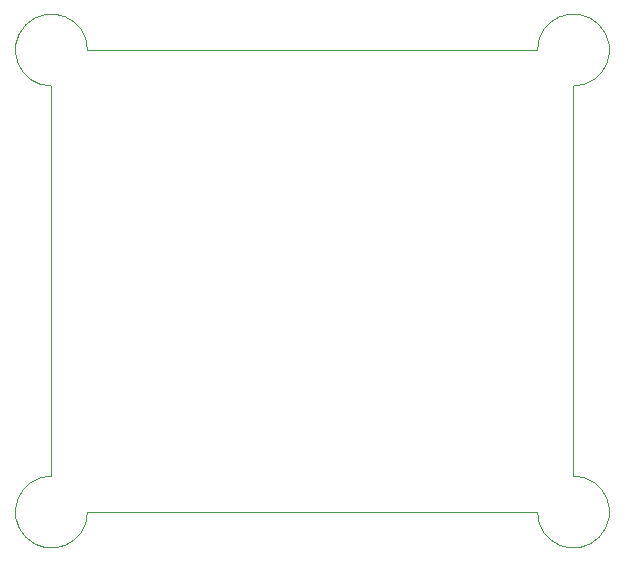
<source format=gbr>
%TF.GenerationSoftware,KiCad,Pcbnew,7.0.10*%
%TF.CreationDate,2024-02-27T03:30:34+03:00*%
%TF.ProjectId,Arduino_Datalogger,41726475-696e-46f5-9f44-6174616c6f67,1.0*%
%TF.SameCoordinates,Original*%
%TF.FileFunction,Profile,NP*%
%FSLAX46Y46*%
G04 Gerber Fmt 4.6, Leading zero omitted, Abs format (unit mm)*
G04 Created by KiCad (PCBNEW 7.0.10) date 2024-02-27 03:30:34*
%MOMM*%
%LPD*%
G01*
G04 APERTURE LIST*
%TA.AperFunction,Profile*%
%ADD10C,0.100000*%
%TD*%
G04 APERTURE END LIST*
D10*
X131572000Y-104902000D02*
G75*
G03*
X134620000Y-107950000I0J-3048000D01*
G01*
X175768000Y-104902000D02*
X175768000Y-71882000D01*
X131572000Y-71882000D02*
X131572000Y-104902000D01*
X175768000Y-71882000D02*
G75*
G03*
X172720000Y-68834000I0J3048000D01*
G01*
X172720000Y-68834000D02*
X134620000Y-68834000D01*
X134620000Y-107950000D02*
X172720000Y-107950000D01*
X172720000Y-107950000D02*
G75*
G03*
X175768000Y-104902000I3048000J0D01*
G01*
X134620000Y-68834000D02*
G75*
G03*
X131572000Y-71882000I-3048000J0D01*
G01*
M02*

</source>
